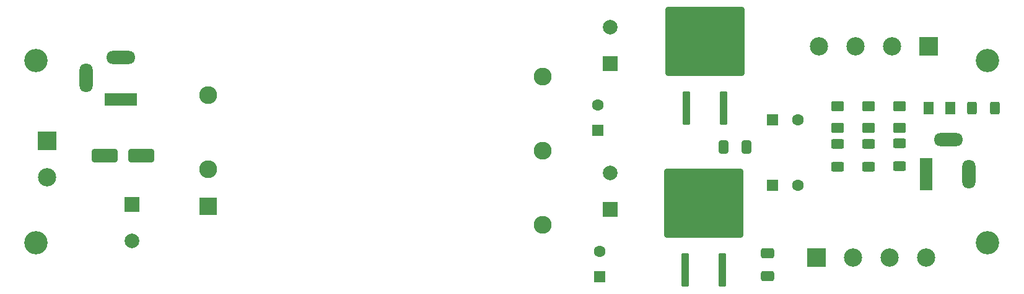
<source format=gbr>
%TF.GenerationSoftware,KiCad,Pcbnew,7.0.8*%
%TF.CreationDate,2023-10-16T07:21:23+01:00*%
%TF.ProjectId,SYNTH_PWR_MKII,53594e54-485f-4505-9752-5f4d4b49492e,1.0*%
%TF.SameCoordinates,Original*%
%TF.FileFunction,Soldermask,Top*%
%TF.FilePolarity,Negative*%
%FSLAX46Y46*%
G04 Gerber Fmt 4.6, Leading zero omitted, Abs format (unit mm)*
G04 Created by KiCad (PCBNEW 7.0.8) date 2023-10-16 07:21:23*
%MOMM*%
%LPD*%
G01*
G04 APERTURE LIST*
G04 Aperture macros list*
%AMRoundRect*
0 Rectangle with rounded corners*
0 $1 Rounding radius*
0 $2 $3 $4 $5 $6 $7 $8 $9 X,Y pos of 4 corners*
0 Add a 4 corners polygon primitive as box body*
4,1,4,$2,$3,$4,$5,$6,$7,$8,$9,$2,$3,0*
0 Add four circle primitives for the rounded corners*
1,1,$1+$1,$2,$3*
1,1,$1+$1,$4,$5*
1,1,$1+$1,$6,$7*
1,1,$1+$1,$8,$9*
0 Add four rect primitives between the rounded corners*
20,1,$1+$1,$2,$3,$4,$5,0*
20,1,$1+$1,$4,$5,$6,$7,0*
20,1,$1+$1,$6,$7,$8,$9,0*
20,1,$1+$1,$8,$9,$2,$3,0*%
G04 Aperture macros list end*
%ADD10RoundRect,0.250000X-0.625000X0.400000X-0.625000X-0.400000X0.625000X-0.400000X0.625000X0.400000X0*%
%ADD11R,2.500000X2.500000*%
%ADD12C,2.500000*%
%ADD13RoundRect,0.250000X0.300000X-2.050000X0.300000X2.050000X-0.300000X2.050000X-0.300000X-2.050000X0*%
%ADD14RoundRect,0.250002X5.149998X-4.449998X5.149998X4.449998X-5.149998X4.449998X-5.149998X-4.449998X0*%
%ADD15R,1.600000X1.600000*%
%ADD16C,1.600000*%
%ADD17RoundRect,0.102000X-1.125000X-1.125000X1.125000X-1.125000X1.125000X1.125000X-1.125000X1.125000X0*%
%ADD18C,2.454000*%
%ADD19R,2.000000X2.000000*%
%ADD20C,2.000000*%
%ADD21C,3.200000*%
%ADD22R,1.800000X4.400000*%
%ADD23O,1.800000X4.000000*%
%ADD24O,4.000000X1.800000*%
%ADD25RoundRect,0.250000X1.500000X0.650000X-1.500000X0.650000X-1.500000X-0.650000X1.500000X-0.650000X0*%
%ADD26RoundRect,0.250000X-0.412500X-0.650000X0.412500X-0.650000X0.412500X0.650000X-0.412500X0.650000X0*%
%ADD27RoundRect,0.250001X0.624999X-0.462499X0.624999X0.462499X-0.624999X0.462499X-0.624999X-0.462499X0*%
%ADD28RoundRect,0.250001X-0.624999X0.462499X-0.624999X-0.462499X0.624999X-0.462499X0.624999X0.462499X0*%
%ADD29RoundRect,0.250000X0.650000X-0.412500X0.650000X0.412500X-0.650000X0.412500X-0.650000X-0.412500X0*%
%ADD30RoundRect,0.250001X0.462499X0.624999X-0.462499X0.624999X-0.462499X-0.624999X0.462499X-0.624999X0*%
%ADD31RoundRect,0.250000X-0.400000X-0.625000X0.400000X-0.625000X0.400000X0.625000X-0.400000X0.625000X0*%
%ADD32R,4.400000X1.800000*%
G04 APERTURE END LIST*
D10*
%TO.C,R3*%
X213750000Y-111450000D03*
X213750000Y-114550000D03*
%TD*%
D11*
%TO.C,J2*%
X101500000Y-111000000D03*
D12*
X101500000Y-116000000D03*
%TD*%
D13*
%TO.C,U2*%
X188685000Y-128725000D03*
D14*
X191225000Y-119575000D03*
D13*
X193765000Y-128725000D03*
%TD*%
D15*
%TO.C,C4*%
X176800000Y-109552651D03*
D16*
X176800000Y-106052651D03*
%TD*%
D17*
%TO.C,PS1*%
X123530000Y-119960000D03*
D18*
X123530000Y-114880000D03*
X123530000Y-104720000D03*
X169250000Y-102180000D03*
X169250000Y-112340000D03*
X169250000Y-122500000D03*
%TD*%
D19*
%TO.C,C2*%
X178500000Y-100367677D03*
D20*
X178500000Y-95367677D03*
%TD*%
D10*
%TO.C,R1*%
X209500000Y-111450000D03*
X209500000Y-114550000D03*
%TD*%
D15*
%TO.C,C5*%
X200647349Y-108100000D03*
D16*
X204147349Y-108100000D03*
%TD*%
D21*
%TO.C,H4*%
X100000000Y-100000000D03*
%TD*%
D22*
%TO.C,J5*%
X221650000Y-115600000D03*
D23*
X227450000Y-115600000D03*
D24*
X224650000Y-110800000D03*
%TD*%
D13*
%TO.C,U1*%
X188885000Y-106475000D03*
D14*
X191425000Y-97325000D03*
D13*
X193965000Y-106475000D03*
%TD*%
D15*
%TO.C,C8*%
X200647349Y-117100000D03*
D16*
X204147349Y-117100000D03*
%TD*%
D25*
%TO.C,D1*%
X114400000Y-113000000D03*
X109400000Y-113000000D03*
%TD*%
D15*
%TO.C,C7*%
X177000000Y-129652651D03*
D16*
X177000000Y-126152651D03*
%TD*%
D26*
%TO.C,C6*%
X193975000Y-111800000D03*
X197100000Y-111800000D03*
%TD*%
D27*
%TO.C,D4*%
X213750000Y-109237500D03*
X213750000Y-106262500D03*
%TD*%
D19*
%TO.C,C1*%
X113100000Y-119732323D03*
D20*
X113100000Y-124732323D03*
%TD*%
D19*
%TO.C,C3*%
X178500000Y-120367677D03*
D20*
X178500000Y-115367677D03*
%TD*%
D21*
%TO.C,H2*%
X100000000Y-125000000D03*
%TD*%
%TO.C,H1*%
X230000000Y-125000000D03*
%TD*%
D28*
%TO.C,D5*%
X218000000Y-106262500D03*
X218000000Y-109237500D03*
%TD*%
D10*
%TO.C,R4*%
X218000000Y-111362500D03*
X218000000Y-114462500D03*
%TD*%
D27*
%TO.C,D2*%
X209500000Y-109225000D03*
X209500000Y-106250000D03*
%TD*%
D11*
%TO.C,J4*%
X222000000Y-98000000D03*
D12*
X217000000Y-98000000D03*
X212000000Y-98000000D03*
X207000000Y-98000000D03*
%TD*%
D11*
%TO.C,J3*%
X206660000Y-127000000D03*
D12*
X211660000Y-127000000D03*
X216660000Y-127000000D03*
X221660000Y-127000000D03*
%TD*%
D29*
%TO.C,C9*%
X200000000Y-129562500D03*
X200000000Y-126437500D03*
%TD*%
D30*
%TO.C,D3*%
X224987500Y-106500000D03*
X222012500Y-106500000D03*
%TD*%
D31*
%TO.C,R2*%
X227950000Y-106500000D03*
X231050000Y-106500000D03*
%TD*%
D32*
%TO.C,J1*%
X111600000Y-105350000D03*
D24*
X111600000Y-99550000D03*
D23*
X106800000Y-102350000D03*
%TD*%
D21*
%TO.C,H3*%
X230000000Y-100000000D03*
%TD*%
M02*

</source>
